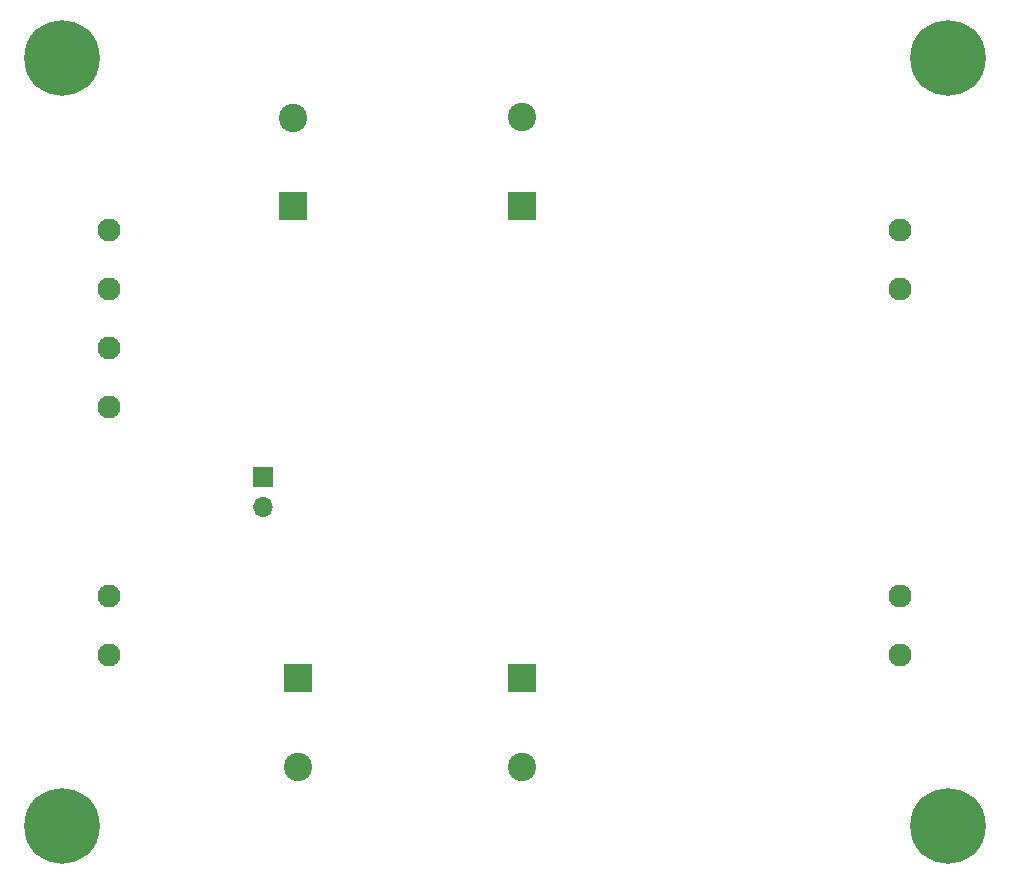
<source format=gbr>
%TF.GenerationSoftware,KiCad,Pcbnew,7.0.6*%
%TF.CreationDate,2023-10-07T14:34:09+02:00*%
%TF.ProjectId,TPA3116 amplifier,54504133-3131-4362-9061-6d706c696669,rev?*%
%TF.SameCoordinates,Original*%
%TF.FileFunction,Soldermask,Bot*%
%TF.FilePolarity,Negative*%
%FSLAX46Y46*%
G04 Gerber Fmt 4.6, Leading zero omitted, Abs format (unit mm)*
G04 Created by KiCad (PCBNEW 7.0.6) date 2023-10-07 14:34:09*
%MOMM*%
%LPD*%
G01*
G04 APERTURE LIST*
%ADD10C,1.950000*%
%ADD11C,0.800000*%
%ADD12C,6.400000*%
%ADD13R,2.400000X2.400000*%
%ADD14C,2.400000*%
%ADD15R,1.700000X1.700000*%
%ADD16O,1.700000X1.700000*%
G04 APERTURE END LIST*
D10*
%TO.C,J5*%
X176000000Y-100500000D03*
X176000000Y-105500000D03*
%TD*%
D11*
%TO.C,H1*%
X177600000Y-120000000D03*
X178302944Y-118302944D03*
X178302944Y-121697056D03*
X180000000Y-117600000D03*
D12*
X180000000Y-120000000D03*
D11*
X180000000Y-122400000D03*
X181697056Y-118302944D03*
X181697056Y-121697056D03*
X182400000Y-120000000D03*
%TD*%
D13*
%TO.C,C12*%
X144000000Y-107500000D03*
D14*
X144000000Y-115000000D03*
%TD*%
D13*
%TO.C,C9*%
X144000000Y-67500000D03*
D14*
X144000000Y-60000000D03*
%TD*%
D11*
%TO.C,H4*%
X102600000Y-55000000D03*
X103302944Y-53302944D03*
X103302944Y-56697056D03*
X105000000Y-52600000D03*
D12*
X105000000Y-55000000D03*
D11*
X105000000Y-57400000D03*
X106697056Y-53302944D03*
X106697056Y-56697056D03*
X107400000Y-55000000D03*
%TD*%
D10*
%TO.C,J3*%
X109000000Y-105500000D03*
X109000000Y-100500000D03*
%TD*%
D11*
%TO.C,H2*%
X102600000Y-120000000D03*
X103302944Y-118302944D03*
X103302944Y-121697056D03*
X105000000Y-117600000D03*
D12*
X105000000Y-120000000D03*
D11*
X105000000Y-122400000D03*
X106697056Y-118302944D03*
X106697056Y-121697056D03*
X107400000Y-120000000D03*
%TD*%
D10*
%TO.C,J4*%
X176000000Y-69500000D03*
X176000000Y-74500000D03*
%TD*%
D15*
%TO.C,J1*%
X122000000Y-90460000D03*
D16*
X122000000Y-93000000D03*
%TD*%
D10*
%TO.C,J2*%
X109000000Y-84500000D03*
X109000000Y-79500000D03*
X109000000Y-74500000D03*
X109000000Y-69500000D03*
%TD*%
D11*
%TO.C,H3*%
X177600000Y-55000000D03*
X178302944Y-53302944D03*
X178302944Y-56697056D03*
X180000000Y-52600000D03*
D12*
X180000000Y-55000000D03*
D11*
X180000000Y-57400000D03*
X181697056Y-53302944D03*
X181697056Y-56697056D03*
X182400000Y-55000000D03*
%TD*%
D13*
%TO.C,C8*%
X124550000Y-67512755D03*
D14*
X124550000Y-60012755D03*
%TD*%
D13*
%TO.C,C13*%
X125000000Y-107500000D03*
D14*
X125000000Y-115000000D03*
%TD*%
M02*

</source>
